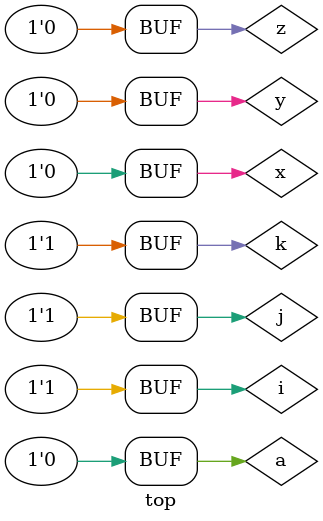
<source format=v>
module top;
  reg a;
  wire x,y,z,i,j,k;

  initial
    $monitor("%4d: a=%b : x=%b  y=%b  z=%b : i=%b j=%b k=%b",$time,a,x,y,z,i,j,k);

  initial
    begin
	#10 a = 1;
	#10 a = 0;
	#10 a = 1;
	#10 a = 0;
    end
 
  buf #7 b(x,y,z,a);
  not #5 n(i,j,k,a);

endmodule

</source>
